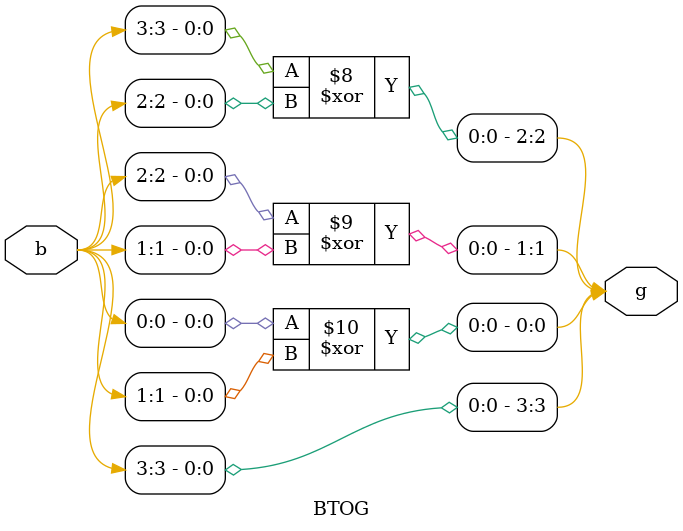
<source format=v>
module BTOG(
           input [3:0]b,
           output [3:0]g
           );
      //gate primitives
      buf b1(g[3],b[3]);
      xor x1(g[2],b[3],b[2]);
      xor x2(g[1],b[2],b[1]);
      xor x3(g[0],b[0],b[1]);

 endmodule

      module BTOG_tb();
          reg [3:0]b;
          wire [3:0]g;

         //instantiation
         BTOG B1(b,g);

         initial 
          repeat(5)
         begin
            b=$random % 16; #10;
          end
          initial
          $monitor("b[3]=%b b[2]=%b b[1]=%b b[0]=%b g[3]=%b g[2]%b g[1]=%b g[0]=%b Tim=%0t",b[3],b[2],b[1],b[0],g[3],g[2],g[1],g[0],$time);
  endmodule



</source>
